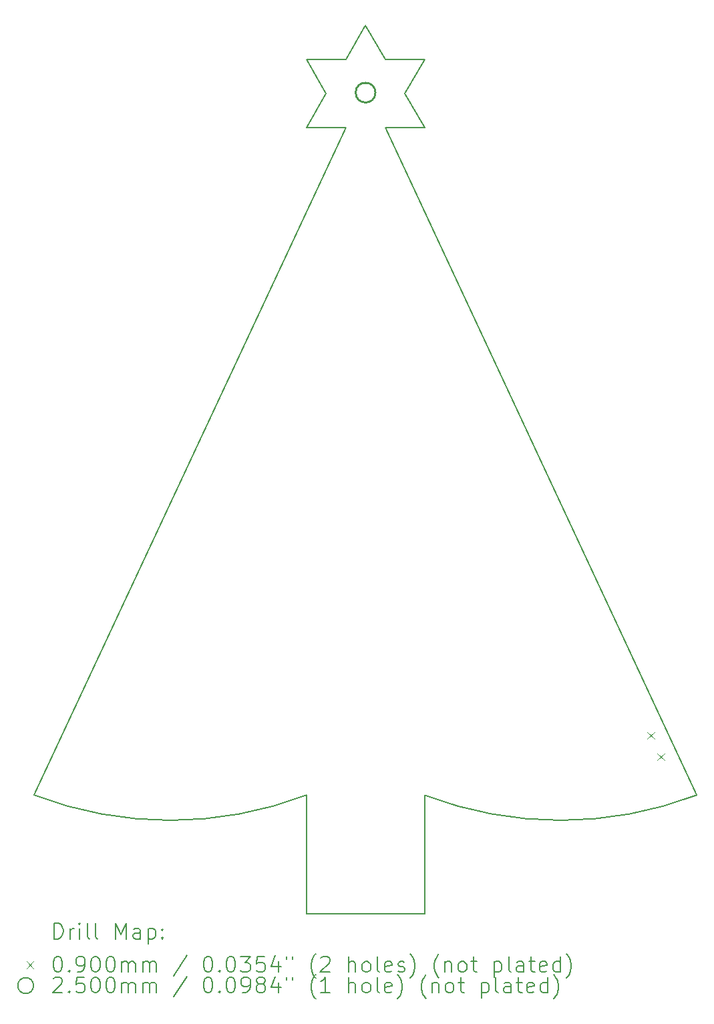
<source format=gbr>
%TF.GenerationSoftware,KiCad,Pcbnew,7.0.9*%
%TF.CreationDate,2023-11-12T20:37:14+01:00*%
%TF.ProjectId,christmas_ornament_2023,63687269-7374-46d6-9173-5f6f726e616d,1.0*%
%TF.SameCoordinates,Original*%
%TF.FileFunction,Drillmap*%
%TF.FilePolarity,Positive*%
%FSLAX45Y45*%
G04 Gerber Fmt 4.5, Leading zero omitted, Abs format (unit mm)*
G04 Created by KiCad (PCBNEW 7.0.9) date 2023-11-12 20:37:14*
%MOMM*%
%LPD*%
G01*
G04 APERTURE LIST*
%ADD10C,0.200000*%
%ADD11C,0.100000*%
%ADD12C,0.250000*%
G04 APERTURE END LIST*
D10*
X10006976Y-3450095D02*
X9756976Y-3883095D01*
X8506976Y-4316105D02*
X9006097Y-4316105D01*
X9507855Y-4316105D02*
X10006976Y-4316105D01*
X10006976Y-14278095D02*
X8506976Y-14278095D01*
X10006936Y-12778083D02*
G75*
G03*
X13453744Y-12778094I1723419J4499988D01*
G01*
X9256976Y-3017095D02*
X9506976Y-3450095D01*
X8506976Y-3450095D02*
X9006976Y-3450095D01*
X9006976Y-3450095D02*
X9256976Y-3017095D01*
X10006976Y-12778095D02*
X10006976Y-14278095D01*
X9756976Y-3883095D02*
X10006976Y-4316105D01*
X8506976Y-4316105D02*
X8756976Y-3883095D01*
X8506976Y-14278095D02*
X8506976Y-12778095D01*
X9506976Y-3450095D02*
X10006976Y-3450095D01*
X9507855Y-4316105D02*
X13453745Y-12778095D01*
X8756976Y-3883095D02*
X8506976Y-3450095D01*
X5060176Y-12778083D02*
G75*
G03*
X8506984Y-12778094I1723419J4499988D01*
G01*
X9006097Y-4316105D02*
X5060206Y-12778095D01*
D11*
X12832493Y-11975034D02*
X12922493Y-12065034D01*
X12922493Y-11975034D02*
X12832493Y-12065034D01*
X12959278Y-12246926D02*
X13049278Y-12336926D01*
X13049278Y-12246926D02*
X12959278Y-12336926D01*
D12*
X9383300Y-3873500D02*
G75*
G03*
X9383300Y-3873500I-125000J0D01*
G01*
D10*
X5310953Y-14599579D02*
X5310953Y-14399579D01*
X5310953Y-14399579D02*
X5358572Y-14399579D01*
X5358572Y-14399579D02*
X5387143Y-14409103D01*
X5387143Y-14409103D02*
X5406191Y-14428150D01*
X5406191Y-14428150D02*
X5415715Y-14447198D01*
X5415715Y-14447198D02*
X5425238Y-14485293D01*
X5425238Y-14485293D02*
X5425238Y-14513864D01*
X5425238Y-14513864D02*
X5415715Y-14551960D01*
X5415715Y-14551960D02*
X5406191Y-14571007D01*
X5406191Y-14571007D02*
X5387143Y-14590055D01*
X5387143Y-14590055D02*
X5358572Y-14599579D01*
X5358572Y-14599579D02*
X5310953Y-14599579D01*
X5510953Y-14599579D02*
X5510953Y-14466245D01*
X5510953Y-14504341D02*
X5520477Y-14485293D01*
X5520477Y-14485293D02*
X5530000Y-14475769D01*
X5530000Y-14475769D02*
X5549048Y-14466245D01*
X5549048Y-14466245D02*
X5568096Y-14466245D01*
X5634762Y-14599579D02*
X5634762Y-14466245D01*
X5634762Y-14399579D02*
X5625238Y-14409103D01*
X5625238Y-14409103D02*
X5634762Y-14418626D01*
X5634762Y-14418626D02*
X5644286Y-14409103D01*
X5644286Y-14409103D02*
X5634762Y-14399579D01*
X5634762Y-14399579D02*
X5634762Y-14418626D01*
X5758572Y-14599579D02*
X5739524Y-14590055D01*
X5739524Y-14590055D02*
X5730000Y-14571007D01*
X5730000Y-14571007D02*
X5730000Y-14399579D01*
X5863334Y-14599579D02*
X5844286Y-14590055D01*
X5844286Y-14590055D02*
X5834762Y-14571007D01*
X5834762Y-14571007D02*
X5834762Y-14399579D01*
X6091905Y-14599579D02*
X6091905Y-14399579D01*
X6091905Y-14399579D02*
X6158572Y-14542436D01*
X6158572Y-14542436D02*
X6225238Y-14399579D01*
X6225238Y-14399579D02*
X6225238Y-14599579D01*
X6406191Y-14599579D02*
X6406191Y-14494817D01*
X6406191Y-14494817D02*
X6396667Y-14475769D01*
X6396667Y-14475769D02*
X6377619Y-14466245D01*
X6377619Y-14466245D02*
X6339524Y-14466245D01*
X6339524Y-14466245D02*
X6320476Y-14475769D01*
X6406191Y-14590055D02*
X6387143Y-14599579D01*
X6387143Y-14599579D02*
X6339524Y-14599579D01*
X6339524Y-14599579D02*
X6320476Y-14590055D01*
X6320476Y-14590055D02*
X6310953Y-14571007D01*
X6310953Y-14571007D02*
X6310953Y-14551960D01*
X6310953Y-14551960D02*
X6320476Y-14532912D01*
X6320476Y-14532912D02*
X6339524Y-14523388D01*
X6339524Y-14523388D02*
X6387143Y-14523388D01*
X6387143Y-14523388D02*
X6406191Y-14513864D01*
X6501429Y-14466245D02*
X6501429Y-14666245D01*
X6501429Y-14475769D02*
X6520476Y-14466245D01*
X6520476Y-14466245D02*
X6558572Y-14466245D01*
X6558572Y-14466245D02*
X6577619Y-14475769D01*
X6577619Y-14475769D02*
X6587143Y-14485293D01*
X6587143Y-14485293D02*
X6596667Y-14504341D01*
X6596667Y-14504341D02*
X6596667Y-14561483D01*
X6596667Y-14561483D02*
X6587143Y-14580531D01*
X6587143Y-14580531D02*
X6577619Y-14590055D01*
X6577619Y-14590055D02*
X6558572Y-14599579D01*
X6558572Y-14599579D02*
X6520476Y-14599579D01*
X6520476Y-14599579D02*
X6501429Y-14590055D01*
X6682381Y-14580531D02*
X6691905Y-14590055D01*
X6691905Y-14590055D02*
X6682381Y-14599579D01*
X6682381Y-14599579D02*
X6672857Y-14590055D01*
X6672857Y-14590055D02*
X6682381Y-14580531D01*
X6682381Y-14580531D02*
X6682381Y-14599579D01*
X6682381Y-14475769D02*
X6691905Y-14485293D01*
X6691905Y-14485293D02*
X6682381Y-14494817D01*
X6682381Y-14494817D02*
X6672857Y-14485293D01*
X6672857Y-14485293D02*
X6682381Y-14475769D01*
X6682381Y-14475769D02*
X6682381Y-14494817D01*
D11*
X4960176Y-14883095D02*
X5050176Y-14973095D01*
X5050176Y-14883095D02*
X4960176Y-14973095D01*
D10*
X5349048Y-14819579D02*
X5368096Y-14819579D01*
X5368096Y-14819579D02*
X5387143Y-14829103D01*
X5387143Y-14829103D02*
X5396667Y-14838626D01*
X5396667Y-14838626D02*
X5406191Y-14857674D01*
X5406191Y-14857674D02*
X5415715Y-14895769D01*
X5415715Y-14895769D02*
X5415715Y-14943388D01*
X5415715Y-14943388D02*
X5406191Y-14981483D01*
X5406191Y-14981483D02*
X5396667Y-15000531D01*
X5396667Y-15000531D02*
X5387143Y-15010055D01*
X5387143Y-15010055D02*
X5368096Y-15019579D01*
X5368096Y-15019579D02*
X5349048Y-15019579D01*
X5349048Y-15019579D02*
X5330000Y-15010055D01*
X5330000Y-15010055D02*
X5320477Y-15000531D01*
X5320477Y-15000531D02*
X5310953Y-14981483D01*
X5310953Y-14981483D02*
X5301429Y-14943388D01*
X5301429Y-14943388D02*
X5301429Y-14895769D01*
X5301429Y-14895769D02*
X5310953Y-14857674D01*
X5310953Y-14857674D02*
X5320477Y-14838626D01*
X5320477Y-14838626D02*
X5330000Y-14829103D01*
X5330000Y-14829103D02*
X5349048Y-14819579D01*
X5501429Y-15000531D02*
X5510953Y-15010055D01*
X5510953Y-15010055D02*
X5501429Y-15019579D01*
X5501429Y-15019579D02*
X5491905Y-15010055D01*
X5491905Y-15010055D02*
X5501429Y-15000531D01*
X5501429Y-15000531D02*
X5501429Y-15019579D01*
X5606191Y-15019579D02*
X5644286Y-15019579D01*
X5644286Y-15019579D02*
X5663334Y-15010055D01*
X5663334Y-15010055D02*
X5672857Y-15000531D01*
X5672857Y-15000531D02*
X5691905Y-14971960D01*
X5691905Y-14971960D02*
X5701429Y-14933864D01*
X5701429Y-14933864D02*
X5701429Y-14857674D01*
X5701429Y-14857674D02*
X5691905Y-14838626D01*
X5691905Y-14838626D02*
X5682381Y-14829103D01*
X5682381Y-14829103D02*
X5663334Y-14819579D01*
X5663334Y-14819579D02*
X5625238Y-14819579D01*
X5625238Y-14819579D02*
X5606191Y-14829103D01*
X5606191Y-14829103D02*
X5596667Y-14838626D01*
X5596667Y-14838626D02*
X5587143Y-14857674D01*
X5587143Y-14857674D02*
X5587143Y-14905293D01*
X5587143Y-14905293D02*
X5596667Y-14924341D01*
X5596667Y-14924341D02*
X5606191Y-14933864D01*
X5606191Y-14933864D02*
X5625238Y-14943388D01*
X5625238Y-14943388D02*
X5663334Y-14943388D01*
X5663334Y-14943388D02*
X5682381Y-14933864D01*
X5682381Y-14933864D02*
X5691905Y-14924341D01*
X5691905Y-14924341D02*
X5701429Y-14905293D01*
X5825238Y-14819579D02*
X5844286Y-14819579D01*
X5844286Y-14819579D02*
X5863334Y-14829103D01*
X5863334Y-14829103D02*
X5872857Y-14838626D01*
X5872857Y-14838626D02*
X5882381Y-14857674D01*
X5882381Y-14857674D02*
X5891905Y-14895769D01*
X5891905Y-14895769D02*
X5891905Y-14943388D01*
X5891905Y-14943388D02*
X5882381Y-14981483D01*
X5882381Y-14981483D02*
X5872857Y-15000531D01*
X5872857Y-15000531D02*
X5863334Y-15010055D01*
X5863334Y-15010055D02*
X5844286Y-15019579D01*
X5844286Y-15019579D02*
X5825238Y-15019579D01*
X5825238Y-15019579D02*
X5806191Y-15010055D01*
X5806191Y-15010055D02*
X5796667Y-15000531D01*
X5796667Y-15000531D02*
X5787143Y-14981483D01*
X5787143Y-14981483D02*
X5777619Y-14943388D01*
X5777619Y-14943388D02*
X5777619Y-14895769D01*
X5777619Y-14895769D02*
X5787143Y-14857674D01*
X5787143Y-14857674D02*
X5796667Y-14838626D01*
X5796667Y-14838626D02*
X5806191Y-14829103D01*
X5806191Y-14829103D02*
X5825238Y-14819579D01*
X6015715Y-14819579D02*
X6034762Y-14819579D01*
X6034762Y-14819579D02*
X6053810Y-14829103D01*
X6053810Y-14829103D02*
X6063334Y-14838626D01*
X6063334Y-14838626D02*
X6072857Y-14857674D01*
X6072857Y-14857674D02*
X6082381Y-14895769D01*
X6082381Y-14895769D02*
X6082381Y-14943388D01*
X6082381Y-14943388D02*
X6072857Y-14981483D01*
X6072857Y-14981483D02*
X6063334Y-15000531D01*
X6063334Y-15000531D02*
X6053810Y-15010055D01*
X6053810Y-15010055D02*
X6034762Y-15019579D01*
X6034762Y-15019579D02*
X6015715Y-15019579D01*
X6015715Y-15019579D02*
X5996667Y-15010055D01*
X5996667Y-15010055D02*
X5987143Y-15000531D01*
X5987143Y-15000531D02*
X5977619Y-14981483D01*
X5977619Y-14981483D02*
X5968096Y-14943388D01*
X5968096Y-14943388D02*
X5968096Y-14895769D01*
X5968096Y-14895769D02*
X5977619Y-14857674D01*
X5977619Y-14857674D02*
X5987143Y-14838626D01*
X5987143Y-14838626D02*
X5996667Y-14829103D01*
X5996667Y-14829103D02*
X6015715Y-14819579D01*
X6168096Y-15019579D02*
X6168096Y-14886245D01*
X6168096Y-14905293D02*
X6177619Y-14895769D01*
X6177619Y-14895769D02*
X6196667Y-14886245D01*
X6196667Y-14886245D02*
X6225238Y-14886245D01*
X6225238Y-14886245D02*
X6244286Y-14895769D01*
X6244286Y-14895769D02*
X6253810Y-14914817D01*
X6253810Y-14914817D02*
X6253810Y-15019579D01*
X6253810Y-14914817D02*
X6263334Y-14895769D01*
X6263334Y-14895769D02*
X6282381Y-14886245D01*
X6282381Y-14886245D02*
X6310953Y-14886245D01*
X6310953Y-14886245D02*
X6330000Y-14895769D01*
X6330000Y-14895769D02*
X6339524Y-14914817D01*
X6339524Y-14914817D02*
X6339524Y-15019579D01*
X6434762Y-15019579D02*
X6434762Y-14886245D01*
X6434762Y-14905293D02*
X6444286Y-14895769D01*
X6444286Y-14895769D02*
X6463334Y-14886245D01*
X6463334Y-14886245D02*
X6491905Y-14886245D01*
X6491905Y-14886245D02*
X6510953Y-14895769D01*
X6510953Y-14895769D02*
X6520477Y-14914817D01*
X6520477Y-14914817D02*
X6520477Y-15019579D01*
X6520477Y-14914817D02*
X6530000Y-14895769D01*
X6530000Y-14895769D02*
X6549048Y-14886245D01*
X6549048Y-14886245D02*
X6577619Y-14886245D01*
X6577619Y-14886245D02*
X6596667Y-14895769D01*
X6596667Y-14895769D02*
X6606191Y-14914817D01*
X6606191Y-14914817D02*
X6606191Y-15019579D01*
X6996667Y-14810055D02*
X6825239Y-15067198D01*
X7253810Y-14819579D02*
X7272858Y-14819579D01*
X7272858Y-14819579D02*
X7291905Y-14829103D01*
X7291905Y-14829103D02*
X7301429Y-14838626D01*
X7301429Y-14838626D02*
X7310953Y-14857674D01*
X7310953Y-14857674D02*
X7320477Y-14895769D01*
X7320477Y-14895769D02*
X7320477Y-14943388D01*
X7320477Y-14943388D02*
X7310953Y-14981483D01*
X7310953Y-14981483D02*
X7301429Y-15000531D01*
X7301429Y-15000531D02*
X7291905Y-15010055D01*
X7291905Y-15010055D02*
X7272858Y-15019579D01*
X7272858Y-15019579D02*
X7253810Y-15019579D01*
X7253810Y-15019579D02*
X7234762Y-15010055D01*
X7234762Y-15010055D02*
X7225239Y-15000531D01*
X7225239Y-15000531D02*
X7215715Y-14981483D01*
X7215715Y-14981483D02*
X7206191Y-14943388D01*
X7206191Y-14943388D02*
X7206191Y-14895769D01*
X7206191Y-14895769D02*
X7215715Y-14857674D01*
X7215715Y-14857674D02*
X7225239Y-14838626D01*
X7225239Y-14838626D02*
X7234762Y-14829103D01*
X7234762Y-14829103D02*
X7253810Y-14819579D01*
X7406191Y-15000531D02*
X7415715Y-15010055D01*
X7415715Y-15010055D02*
X7406191Y-15019579D01*
X7406191Y-15019579D02*
X7396667Y-15010055D01*
X7396667Y-15010055D02*
X7406191Y-15000531D01*
X7406191Y-15000531D02*
X7406191Y-15019579D01*
X7539524Y-14819579D02*
X7558572Y-14819579D01*
X7558572Y-14819579D02*
X7577620Y-14829103D01*
X7577620Y-14829103D02*
X7587143Y-14838626D01*
X7587143Y-14838626D02*
X7596667Y-14857674D01*
X7596667Y-14857674D02*
X7606191Y-14895769D01*
X7606191Y-14895769D02*
X7606191Y-14943388D01*
X7606191Y-14943388D02*
X7596667Y-14981483D01*
X7596667Y-14981483D02*
X7587143Y-15000531D01*
X7587143Y-15000531D02*
X7577620Y-15010055D01*
X7577620Y-15010055D02*
X7558572Y-15019579D01*
X7558572Y-15019579D02*
X7539524Y-15019579D01*
X7539524Y-15019579D02*
X7520477Y-15010055D01*
X7520477Y-15010055D02*
X7510953Y-15000531D01*
X7510953Y-15000531D02*
X7501429Y-14981483D01*
X7501429Y-14981483D02*
X7491905Y-14943388D01*
X7491905Y-14943388D02*
X7491905Y-14895769D01*
X7491905Y-14895769D02*
X7501429Y-14857674D01*
X7501429Y-14857674D02*
X7510953Y-14838626D01*
X7510953Y-14838626D02*
X7520477Y-14829103D01*
X7520477Y-14829103D02*
X7539524Y-14819579D01*
X7672858Y-14819579D02*
X7796667Y-14819579D01*
X7796667Y-14819579D02*
X7730000Y-14895769D01*
X7730000Y-14895769D02*
X7758572Y-14895769D01*
X7758572Y-14895769D02*
X7777620Y-14905293D01*
X7777620Y-14905293D02*
X7787143Y-14914817D01*
X7787143Y-14914817D02*
X7796667Y-14933864D01*
X7796667Y-14933864D02*
X7796667Y-14981483D01*
X7796667Y-14981483D02*
X7787143Y-15000531D01*
X7787143Y-15000531D02*
X7777620Y-15010055D01*
X7777620Y-15010055D02*
X7758572Y-15019579D01*
X7758572Y-15019579D02*
X7701429Y-15019579D01*
X7701429Y-15019579D02*
X7682381Y-15010055D01*
X7682381Y-15010055D02*
X7672858Y-15000531D01*
X7977620Y-14819579D02*
X7882381Y-14819579D01*
X7882381Y-14819579D02*
X7872858Y-14914817D01*
X7872858Y-14914817D02*
X7882381Y-14905293D01*
X7882381Y-14905293D02*
X7901429Y-14895769D01*
X7901429Y-14895769D02*
X7949048Y-14895769D01*
X7949048Y-14895769D02*
X7968096Y-14905293D01*
X7968096Y-14905293D02*
X7977620Y-14914817D01*
X7977620Y-14914817D02*
X7987143Y-14933864D01*
X7987143Y-14933864D02*
X7987143Y-14981483D01*
X7987143Y-14981483D02*
X7977620Y-15000531D01*
X7977620Y-15000531D02*
X7968096Y-15010055D01*
X7968096Y-15010055D02*
X7949048Y-15019579D01*
X7949048Y-15019579D02*
X7901429Y-15019579D01*
X7901429Y-15019579D02*
X7882381Y-15010055D01*
X7882381Y-15010055D02*
X7872858Y-15000531D01*
X8158572Y-14886245D02*
X8158572Y-15019579D01*
X8110953Y-14810055D02*
X8063334Y-14952912D01*
X8063334Y-14952912D02*
X8187143Y-14952912D01*
X8253810Y-14819579D02*
X8253810Y-14857674D01*
X8330001Y-14819579D02*
X8330001Y-14857674D01*
X8625239Y-15095769D02*
X8615715Y-15086245D01*
X8615715Y-15086245D02*
X8596667Y-15057674D01*
X8596667Y-15057674D02*
X8587144Y-15038626D01*
X8587144Y-15038626D02*
X8577620Y-15010055D01*
X8577620Y-15010055D02*
X8568096Y-14962436D01*
X8568096Y-14962436D02*
X8568096Y-14924341D01*
X8568096Y-14924341D02*
X8577620Y-14876722D01*
X8577620Y-14876722D02*
X8587144Y-14848150D01*
X8587144Y-14848150D02*
X8596667Y-14829103D01*
X8596667Y-14829103D02*
X8615715Y-14800531D01*
X8615715Y-14800531D02*
X8625239Y-14791007D01*
X8691905Y-14838626D02*
X8701429Y-14829103D01*
X8701429Y-14829103D02*
X8720477Y-14819579D01*
X8720477Y-14819579D02*
X8768096Y-14819579D01*
X8768096Y-14819579D02*
X8787144Y-14829103D01*
X8787144Y-14829103D02*
X8796667Y-14838626D01*
X8796667Y-14838626D02*
X8806191Y-14857674D01*
X8806191Y-14857674D02*
X8806191Y-14876722D01*
X8806191Y-14876722D02*
X8796667Y-14905293D01*
X8796667Y-14905293D02*
X8682382Y-15019579D01*
X8682382Y-15019579D02*
X8806191Y-15019579D01*
X9044286Y-15019579D02*
X9044286Y-14819579D01*
X9130001Y-15019579D02*
X9130001Y-14914817D01*
X9130001Y-14914817D02*
X9120477Y-14895769D01*
X9120477Y-14895769D02*
X9101429Y-14886245D01*
X9101429Y-14886245D02*
X9072858Y-14886245D01*
X9072858Y-14886245D02*
X9053810Y-14895769D01*
X9053810Y-14895769D02*
X9044286Y-14905293D01*
X9253810Y-15019579D02*
X9234763Y-15010055D01*
X9234763Y-15010055D02*
X9225239Y-15000531D01*
X9225239Y-15000531D02*
X9215715Y-14981483D01*
X9215715Y-14981483D02*
X9215715Y-14924341D01*
X9215715Y-14924341D02*
X9225239Y-14905293D01*
X9225239Y-14905293D02*
X9234763Y-14895769D01*
X9234763Y-14895769D02*
X9253810Y-14886245D01*
X9253810Y-14886245D02*
X9282382Y-14886245D01*
X9282382Y-14886245D02*
X9301429Y-14895769D01*
X9301429Y-14895769D02*
X9310953Y-14905293D01*
X9310953Y-14905293D02*
X9320477Y-14924341D01*
X9320477Y-14924341D02*
X9320477Y-14981483D01*
X9320477Y-14981483D02*
X9310953Y-15000531D01*
X9310953Y-15000531D02*
X9301429Y-15010055D01*
X9301429Y-15010055D02*
X9282382Y-15019579D01*
X9282382Y-15019579D02*
X9253810Y-15019579D01*
X9434763Y-15019579D02*
X9415715Y-15010055D01*
X9415715Y-15010055D02*
X9406191Y-14991007D01*
X9406191Y-14991007D02*
X9406191Y-14819579D01*
X9587144Y-15010055D02*
X9568096Y-15019579D01*
X9568096Y-15019579D02*
X9530001Y-15019579D01*
X9530001Y-15019579D02*
X9510953Y-15010055D01*
X9510953Y-15010055D02*
X9501429Y-14991007D01*
X9501429Y-14991007D02*
X9501429Y-14914817D01*
X9501429Y-14914817D02*
X9510953Y-14895769D01*
X9510953Y-14895769D02*
X9530001Y-14886245D01*
X9530001Y-14886245D02*
X9568096Y-14886245D01*
X9568096Y-14886245D02*
X9587144Y-14895769D01*
X9587144Y-14895769D02*
X9596667Y-14914817D01*
X9596667Y-14914817D02*
X9596667Y-14933864D01*
X9596667Y-14933864D02*
X9501429Y-14952912D01*
X9672858Y-15010055D02*
X9691906Y-15019579D01*
X9691906Y-15019579D02*
X9730001Y-15019579D01*
X9730001Y-15019579D02*
X9749048Y-15010055D01*
X9749048Y-15010055D02*
X9758572Y-14991007D01*
X9758572Y-14991007D02*
X9758572Y-14981483D01*
X9758572Y-14981483D02*
X9749048Y-14962436D01*
X9749048Y-14962436D02*
X9730001Y-14952912D01*
X9730001Y-14952912D02*
X9701429Y-14952912D01*
X9701429Y-14952912D02*
X9682382Y-14943388D01*
X9682382Y-14943388D02*
X9672858Y-14924341D01*
X9672858Y-14924341D02*
X9672858Y-14914817D01*
X9672858Y-14914817D02*
X9682382Y-14895769D01*
X9682382Y-14895769D02*
X9701429Y-14886245D01*
X9701429Y-14886245D02*
X9730001Y-14886245D01*
X9730001Y-14886245D02*
X9749048Y-14895769D01*
X9825239Y-15095769D02*
X9834763Y-15086245D01*
X9834763Y-15086245D02*
X9853810Y-15057674D01*
X9853810Y-15057674D02*
X9863334Y-15038626D01*
X9863334Y-15038626D02*
X9872858Y-15010055D01*
X9872858Y-15010055D02*
X9882382Y-14962436D01*
X9882382Y-14962436D02*
X9882382Y-14924341D01*
X9882382Y-14924341D02*
X9872858Y-14876722D01*
X9872858Y-14876722D02*
X9863334Y-14848150D01*
X9863334Y-14848150D02*
X9853810Y-14829103D01*
X9853810Y-14829103D02*
X9834763Y-14800531D01*
X9834763Y-14800531D02*
X9825239Y-14791007D01*
X10187144Y-15095769D02*
X10177620Y-15086245D01*
X10177620Y-15086245D02*
X10158572Y-15057674D01*
X10158572Y-15057674D02*
X10149048Y-15038626D01*
X10149048Y-15038626D02*
X10139525Y-15010055D01*
X10139525Y-15010055D02*
X10130001Y-14962436D01*
X10130001Y-14962436D02*
X10130001Y-14924341D01*
X10130001Y-14924341D02*
X10139525Y-14876722D01*
X10139525Y-14876722D02*
X10149048Y-14848150D01*
X10149048Y-14848150D02*
X10158572Y-14829103D01*
X10158572Y-14829103D02*
X10177620Y-14800531D01*
X10177620Y-14800531D02*
X10187144Y-14791007D01*
X10263334Y-14886245D02*
X10263334Y-15019579D01*
X10263334Y-14905293D02*
X10272858Y-14895769D01*
X10272858Y-14895769D02*
X10291906Y-14886245D01*
X10291906Y-14886245D02*
X10320477Y-14886245D01*
X10320477Y-14886245D02*
X10339525Y-14895769D01*
X10339525Y-14895769D02*
X10349048Y-14914817D01*
X10349048Y-14914817D02*
X10349048Y-15019579D01*
X10472858Y-15019579D02*
X10453810Y-15010055D01*
X10453810Y-15010055D02*
X10444287Y-15000531D01*
X10444287Y-15000531D02*
X10434763Y-14981483D01*
X10434763Y-14981483D02*
X10434763Y-14924341D01*
X10434763Y-14924341D02*
X10444287Y-14905293D01*
X10444287Y-14905293D02*
X10453810Y-14895769D01*
X10453810Y-14895769D02*
X10472858Y-14886245D01*
X10472858Y-14886245D02*
X10501429Y-14886245D01*
X10501429Y-14886245D02*
X10520477Y-14895769D01*
X10520477Y-14895769D02*
X10530001Y-14905293D01*
X10530001Y-14905293D02*
X10539525Y-14924341D01*
X10539525Y-14924341D02*
X10539525Y-14981483D01*
X10539525Y-14981483D02*
X10530001Y-15000531D01*
X10530001Y-15000531D02*
X10520477Y-15010055D01*
X10520477Y-15010055D02*
X10501429Y-15019579D01*
X10501429Y-15019579D02*
X10472858Y-15019579D01*
X10596668Y-14886245D02*
X10672858Y-14886245D01*
X10625239Y-14819579D02*
X10625239Y-14991007D01*
X10625239Y-14991007D02*
X10634763Y-15010055D01*
X10634763Y-15010055D02*
X10653810Y-15019579D01*
X10653810Y-15019579D02*
X10672858Y-15019579D01*
X10891906Y-14886245D02*
X10891906Y-15086245D01*
X10891906Y-14895769D02*
X10910953Y-14886245D01*
X10910953Y-14886245D02*
X10949049Y-14886245D01*
X10949049Y-14886245D02*
X10968096Y-14895769D01*
X10968096Y-14895769D02*
X10977620Y-14905293D01*
X10977620Y-14905293D02*
X10987144Y-14924341D01*
X10987144Y-14924341D02*
X10987144Y-14981483D01*
X10987144Y-14981483D02*
X10977620Y-15000531D01*
X10977620Y-15000531D02*
X10968096Y-15010055D01*
X10968096Y-15010055D02*
X10949049Y-15019579D01*
X10949049Y-15019579D02*
X10910953Y-15019579D01*
X10910953Y-15019579D02*
X10891906Y-15010055D01*
X11101429Y-15019579D02*
X11082382Y-15010055D01*
X11082382Y-15010055D02*
X11072858Y-14991007D01*
X11072858Y-14991007D02*
X11072858Y-14819579D01*
X11263334Y-15019579D02*
X11263334Y-14914817D01*
X11263334Y-14914817D02*
X11253810Y-14895769D01*
X11253810Y-14895769D02*
X11234763Y-14886245D01*
X11234763Y-14886245D02*
X11196667Y-14886245D01*
X11196667Y-14886245D02*
X11177620Y-14895769D01*
X11263334Y-15010055D02*
X11244287Y-15019579D01*
X11244287Y-15019579D02*
X11196667Y-15019579D01*
X11196667Y-15019579D02*
X11177620Y-15010055D01*
X11177620Y-15010055D02*
X11168096Y-14991007D01*
X11168096Y-14991007D02*
X11168096Y-14971960D01*
X11168096Y-14971960D02*
X11177620Y-14952912D01*
X11177620Y-14952912D02*
X11196667Y-14943388D01*
X11196667Y-14943388D02*
X11244287Y-14943388D01*
X11244287Y-14943388D02*
X11263334Y-14933864D01*
X11330001Y-14886245D02*
X11406191Y-14886245D01*
X11358572Y-14819579D02*
X11358572Y-14991007D01*
X11358572Y-14991007D02*
X11368096Y-15010055D01*
X11368096Y-15010055D02*
X11387144Y-15019579D01*
X11387144Y-15019579D02*
X11406191Y-15019579D01*
X11549048Y-15010055D02*
X11530001Y-15019579D01*
X11530001Y-15019579D02*
X11491906Y-15019579D01*
X11491906Y-15019579D02*
X11472858Y-15010055D01*
X11472858Y-15010055D02*
X11463334Y-14991007D01*
X11463334Y-14991007D02*
X11463334Y-14914817D01*
X11463334Y-14914817D02*
X11472858Y-14895769D01*
X11472858Y-14895769D02*
X11491906Y-14886245D01*
X11491906Y-14886245D02*
X11530001Y-14886245D01*
X11530001Y-14886245D02*
X11549048Y-14895769D01*
X11549048Y-14895769D02*
X11558572Y-14914817D01*
X11558572Y-14914817D02*
X11558572Y-14933864D01*
X11558572Y-14933864D02*
X11463334Y-14952912D01*
X11730001Y-15019579D02*
X11730001Y-14819579D01*
X11730001Y-15010055D02*
X11710953Y-15019579D01*
X11710953Y-15019579D02*
X11672858Y-15019579D01*
X11672858Y-15019579D02*
X11653810Y-15010055D01*
X11653810Y-15010055D02*
X11644287Y-15000531D01*
X11644287Y-15000531D02*
X11634763Y-14981483D01*
X11634763Y-14981483D02*
X11634763Y-14924341D01*
X11634763Y-14924341D02*
X11644287Y-14905293D01*
X11644287Y-14905293D02*
X11653810Y-14895769D01*
X11653810Y-14895769D02*
X11672858Y-14886245D01*
X11672858Y-14886245D02*
X11710953Y-14886245D01*
X11710953Y-14886245D02*
X11730001Y-14895769D01*
X11806191Y-15095769D02*
X11815715Y-15086245D01*
X11815715Y-15086245D02*
X11834763Y-15057674D01*
X11834763Y-15057674D02*
X11844287Y-15038626D01*
X11844287Y-15038626D02*
X11853810Y-15010055D01*
X11853810Y-15010055D02*
X11863334Y-14962436D01*
X11863334Y-14962436D02*
X11863334Y-14924341D01*
X11863334Y-14924341D02*
X11853810Y-14876722D01*
X11853810Y-14876722D02*
X11844287Y-14848150D01*
X11844287Y-14848150D02*
X11834763Y-14829103D01*
X11834763Y-14829103D02*
X11815715Y-14800531D01*
X11815715Y-14800531D02*
X11806191Y-14791007D01*
X5050176Y-15192095D02*
G75*
G03*
X5050176Y-15192095I-100000J0D01*
G01*
X5301429Y-15102626D02*
X5310953Y-15093103D01*
X5310953Y-15093103D02*
X5330000Y-15083579D01*
X5330000Y-15083579D02*
X5377619Y-15083579D01*
X5377619Y-15083579D02*
X5396667Y-15093103D01*
X5396667Y-15093103D02*
X5406191Y-15102626D01*
X5406191Y-15102626D02*
X5415715Y-15121674D01*
X5415715Y-15121674D02*
X5415715Y-15140722D01*
X5415715Y-15140722D02*
X5406191Y-15169293D01*
X5406191Y-15169293D02*
X5291905Y-15283579D01*
X5291905Y-15283579D02*
X5415715Y-15283579D01*
X5501429Y-15264531D02*
X5510953Y-15274055D01*
X5510953Y-15274055D02*
X5501429Y-15283579D01*
X5501429Y-15283579D02*
X5491905Y-15274055D01*
X5491905Y-15274055D02*
X5501429Y-15264531D01*
X5501429Y-15264531D02*
X5501429Y-15283579D01*
X5691905Y-15083579D02*
X5596667Y-15083579D01*
X5596667Y-15083579D02*
X5587143Y-15178817D01*
X5587143Y-15178817D02*
X5596667Y-15169293D01*
X5596667Y-15169293D02*
X5615715Y-15159769D01*
X5615715Y-15159769D02*
X5663334Y-15159769D01*
X5663334Y-15159769D02*
X5682381Y-15169293D01*
X5682381Y-15169293D02*
X5691905Y-15178817D01*
X5691905Y-15178817D02*
X5701429Y-15197864D01*
X5701429Y-15197864D02*
X5701429Y-15245483D01*
X5701429Y-15245483D02*
X5691905Y-15264531D01*
X5691905Y-15264531D02*
X5682381Y-15274055D01*
X5682381Y-15274055D02*
X5663334Y-15283579D01*
X5663334Y-15283579D02*
X5615715Y-15283579D01*
X5615715Y-15283579D02*
X5596667Y-15274055D01*
X5596667Y-15274055D02*
X5587143Y-15264531D01*
X5825238Y-15083579D02*
X5844286Y-15083579D01*
X5844286Y-15083579D02*
X5863334Y-15093103D01*
X5863334Y-15093103D02*
X5872857Y-15102626D01*
X5872857Y-15102626D02*
X5882381Y-15121674D01*
X5882381Y-15121674D02*
X5891905Y-15159769D01*
X5891905Y-15159769D02*
X5891905Y-15207388D01*
X5891905Y-15207388D02*
X5882381Y-15245483D01*
X5882381Y-15245483D02*
X5872857Y-15264531D01*
X5872857Y-15264531D02*
X5863334Y-15274055D01*
X5863334Y-15274055D02*
X5844286Y-15283579D01*
X5844286Y-15283579D02*
X5825238Y-15283579D01*
X5825238Y-15283579D02*
X5806191Y-15274055D01*
X5806191Y-15274055D02*
X5796667Y-15264531D01*
X5796667Y-15264531D02*
X5787143Y-15245483D01*
X5787143Y-15245483D02*
X5777619Y-15207388D01*
X5777619Y-15207388D02*
X5777619Y-15159769D01*
X5777619Y-15159769D02*
X5787143Y-15121674D01*
X5787143Y-15121674D02*
X5796667Y-15102626D01*
X5796667Y-15102626D02*
X5806191Y-15093103D01*
X5806191Y-15093103D02*
X5825238Y-15083579D01*
X6015715Y-15083579D02*
X6034762Y-15083579D01*
X6034762Y-15083579D02*
X6053810Y-15093103D01*
X6053810Y-15093103D02*
X6063334Y-15102626D01*
X6063334Y-15102626D02*
X6072857Y-15121674D01*
X6072857Y-15121674D02*
X6082381Y-15159769D01*
X6082381Y-15159769D02*
X6082381Y-15207388D01*
X6082381Y-15207388D02*
X6072857Y-15245483D01*
X6072857Y-15245483D02*
X6063334Y-15264531D01*
X6063334Y-15264531D02*
X6053810Y-15274055D01*
X6053810Y-15274055D02*
X6034762Y-15283579D01*
X6034762Y-15283579D02*
X6015715Y-15283579D01*
X6015715Y-15283579D02*
X5996667Y-15274055D01*
X5996667Y-15274055D02*
X5987143Y-15264531D01*
X5987143Y-15264531D02*
X5977619Y-15245483D01*
X5977619Y-15245483D02*
X5968096Y-15207388D01*
X5968096Y-15207388D02*
X5968096Y-15159769D01*
X5968096Y-15159769D02*
X5977619Y-15121674D01*
X5977619Y-15121674D02*
X5987143Y-15102626D01*
X5987143Y-15102626D02*
X5996667Y-15093103D01*
X5996667Y-15093103D02*
X6015715Y-15083579D01*
X6168096Y-15283579D02*
X6168096Y-15150245D01*
X6168096Y-15169293D02*
X6177619Y-15159769D01*
X6177619Y-15159769D02*
X6196667Y-15150245D01*
X6196667Y-15150245D02*
X6225238Y-15150245D01*
X6225238Y-15150245D02*
X6244286Y-15159769D01*
X6244286Y-15159769D02*
X6253810Y-15178817D01*
X6253810Y-15178817D02*
X6253810Y-15283579D01*
X6253810Y-15178817D02*
X6263334Y-15159769D01*
X6263334Y-15159769D02*
X6282381Y-15150245D01*
X6282381Y-15150245D02*
X6310953Y-15150245D01*
X6310953Y-15150245D02*
X6330000Y-15159769D01*
X6330000Y-15159769D02*
X6339524Y-15178817D01*
X6339524Y-15178817D02*
X6339524Y-15283579D01*
X6434762Y-15283579D02*
X6434762Y-15150245D01*
X6434762Y-15169293D02*
X6444286Y-15159769D01*
X6444286Y-15159769D02*
X6463334Y-15150245D01*
X6463334Y-15150245D02*
X6491905Y-15150245D01*
X6491905Y-15150245D02*
X6510953Y-15159769D01*
X6510953Y-15159769D02*
X6520477Y-15178817D01*
X6520477Y-15178817D02*
X6520477Y-15283579D01*
X6520477Y-15178817D02*
X6530000Y-15159769D01*
X6530000Y-15159769D02*
X6549048Y-15150245D01*
X6549048Y-15150245D02*
X6577619Y-15150245D01*
X6577619Y-15150245D02*
X6596667Y-15159769D01*
X6596667Y-15159769D02*
X6606191Y-15178817D01*
X6606191Y-15178817D02*
X6606191Y-15283579D01*
X6996667Y-15074055D02*
X6825239Y-15331198D01*
X7253810Y-15083579D02*
X7272858Y-15083579D01*
X7272858Y-15083579D02*
X7291905Y-15093103D01*
X7291905Y-15093103D02*
X7301429Y-15102626D01*
X7301429Y-15102626D02*
X7310953Y-15121674D01*
X7310953Y-15121674D02*
X7320477Y-15159769D01*
X7320477Y-15159769D02*
X7320477Y-15207388D01*
X7320477Y-15207388D02*
X7310953Y-15245483D01*
X7310953Y-15245483D02*
X7301429Y-15264531D01*
X7301429Y-15264531D02*
X7291905Y-15274055D01*
X7291905Y-15274055D02*
X7272858Y-15283579D01*
X7272858Y-15283579D02*
X7253810Y-15283579D01*
X7253810Y-15283579D02*
X7234762Y-15274055D01*
X7234762Y-15274055D02*
X7225239Y-15264531D01*
X7225239Y-15264531D02*
X7215715Y-15245483D01*
X7215715Y-15245483D02*
X7206191Y-15207388D01*
X7206191Y-15207388D02*
X7206191Y-15159769D01*
X7206191Y-15159769D02*
X7215715Y-15121674D01*
X7215715Y-15121674D02*
X7225239Y-15102626D01*
X7225239Y-15102626D02*
X7234762Y-15093103D01*
X7234762Y-15093103D02*
X7253810Y-15083579D01*
X7406191Y-15264531D02*
X7415715Y-15274055D01*
X7415715Y-15274055D02*
X7406191Y-15283579D01*
X7406191Y-15283579D02*
X7396667Y-15274055D01*
X7396667Y-15274055D02*
X7406191Y-15264531D01*
X7406191Y-15264531D02*
X7406191Y-15283579D01*
X7539524Y-15083579D02*
X7558572Y-15083579D01*
X7558572Y-15083579D02*
X7577620Y-15093103D01*
X7577620Y-15093103D02*
X7587143Y-15102626D01*
X7587143Y-15102626D02*
X7596667Y-15121674D01*
X7596667Y-15121674D02*
X7606191Y-15159769D01*
X7606191Y-15159769D02*
X7606191Y-15207388D01*
X7606191Y-15207388D02*
X7596667Y-15245483D01*
X7596667Y-15245483D02*
X7587143Y-15264531D01*
X7587143Y-15264531D02*
X7577620Y-15274055D01*
X7577620Y-15274055D02*
X7558572Y-15283579D01*
X7558572Y-15283579D02*
X7539524Y-15283579D01*
X7539524Y-15283579D02*
X7520477Y-15274055D01*
X7520477Y-15274055D02*
X7510953Y-15264531D01*
X7510953Y-15264531D02*
X7501429Y-15245483D01*
X7501429Y-15245483D02*
X7491905Y-15207388D01*
X7491905Y-15207388D02*
X7491905Y-15159769D01*
X7491905Y-15159769D02*
X7501429Y-15121674D01*
X7501429Y-15121674D02*
X7510953Y-15102626D01*
X7510953Y-15102626D02*
X7520477Y-15093103D01*
X7520477Y-15093103D02*
X7539524Y-15083579D01*
X7701429Y-15283579D02*
X7739524Y-15283579D01*
X7739524Y-15283579D02*
X7758572Y-15274055D01*
X7758572Y-15274055D02*
X7768096Y-15264531D01*
X7768096Y-15264531D02*
X7787143Y-15235960D01*
X7787143Y-15235960D02*
X7796667Y-15197864D01*
X7796667Y-15197864D02*
X7796667Y-15121674D01*
X7796667Y-15121674D02*
X7787143Y-15102626D01*
X7787143Y-15102626D02*
X7777620Y-15093103D01*
X7777620Y-15093103D02*
X7758572Y-15083579D01*
X7758572Y-15083579D02*
X7720477Y-15083579D01*
X7720477Y-15083579D02*
X7701429Y-15093103D01*
X7701429Y-15093103D02*
X7691905Y-15102626D01*
X7691905Y-15102626D02*
X7682381Y-15121674D01*
X7682381Y-15121674D02*
X7682381Y-15169293D01*
X7682381Y-15169293D02*
X7691905Y-15188341D01*
X7691905Y-15188341D02*
X7701429Y-15197864D01*
X7701429Y-15197864D02*
X7720477Y-15207388D01*
X7720477Y-15207388D02*
X7758572Y-15207388D01*
X7758572Y-15207388D02*
X7777620Y-15197864D01*
X7777620Y-15197864D02*
X7787143Y-15188341D01*
X7787143Y-15188341D02*
X7796667Y-15169293D01*
X7910953Y-15169293D02*
X7891905Y-15159769D01*
X7891905Y-15159769D02*
X7882381Y-15150245D01*
X7882381Y-15150245D02*
X7872858Y-15131198D01*
X7872858Y-15131198D02*
X7872858Y-15121674D01*
X7872858Y-15121674D02*
X7882381Y-15102626D01*
X7882381Y-15102626D02*
X7891905Y-15093103D01*
X7891905Y-15093103D02*
X7910953Y-15083579D01*
X7910953Y-15083579D02*
X7949048Y-15083579D01*
X7949048Y-15083579D02*
X7968096Y-15093103D01*
X7968096Y-15093103D02*
X7977620Y-15102626D01*
X7977620Y-15102626D02*
X7987143Y-15121674D01*
X7987143Y-15121674D02*
X7987143Y-15131198D01*
X7987143Y-15131198D02*
X7977620Y-15150245D01*
X7977620Y-15150245D02*
X7968096Y-15159769D01*
X7968096Y-15159769D02*
X7949048Y-15169293D01*
X7949048Y-15169293D02*
X7910953Y-15169293D01*
X7910953Y-15169293D02*
X7891905Y-15178817D01*
X7891905Y-15178817D02*
X7882381Y-15188341D01*
X7882381Y-15188341D02*
X7872858Y-15207388D01*
X7872858Y-15207388D02*
X7872858Y-15245483D01*
X7872858Y-15245483D02*
X7882381Y-15264531D01*
X7882381Y-15264531D02*
X7891905Y-15274055D01*
X7891905Y-15274055D02*
X7910953Y-15283579D01*
X7910953Y-15283579D02*
X7949048Y-15283579D01*
X7949048Y-15283579D02*
X7968096Y-15274055D01*
X7968096Y-15274055D02*
X7977620Y-15264531D01*
X7977620Y-15264531D02*
X7987143Y-15245483D01*
X7987143Y-15245483D02*
X7987143Y-15207388D01*
X7987143Y-15207388D02*
X7977620Y-15188341D01*
X7977620Y-15188341D02*
X7968096Y-15178817D01*
X7968096Y-15178817D02*
X7949048Y-15169293D01*
X8158572Y-15150245D02*
X8158572Y-15283579D01*
X8110953Y-15074055D02*
X8063334Y-15216912D01*
X8063334Y-15216912D02*
X8187143Y-15216912D01*
X8253810Y-15083579D02*
X8253810Y-15121674D01*
X8330001Y-15083579D02*
X8330001Y-15121674D01*
X8625239Y-15359769D02*
X8615715Y-15350245D01*
X8615715Y-15350245D02*
X8596667Y-15321674D01*
X8596667Y-15321674D02*
X8587144Y-15302626D01*
X8587144Y-15302626D02*
X8577620Y-15274055D01*
X8577620Y-15274055D02*
X8568096Y-15226436D01*
X8568096Y-15226436D02*
X8568096Y-15188341D01*
X8568096Y-15188341D02*
X8577620Y-15140722D01*
X8577620Y-15140722D02*
X8587144Y-15112150D01*
X8587144Y-15112150D02*
X8596667Y-15093103D01*
X8596667Y-15093103D02*
X8615715Y-15064531D01*
X8615715Y-15064531D02*
X8625239Y-15055007D01*
X8806191Y-15283579D02*
X8691905Y-15283579D01*
X8749048Y-15283579D02*
X8749048Y-15083579D01*
X8749048Y-15083579D02*
X8730001Y-15112150D01*
X8730001Y-15112150D02*
X8710953Y-15131198D01*
X8710953Y-15131198D02*
X8691905Y-15140722D01*
X9044286Y-15283579D02*
X9044286Y-15083579D01*
X9130001Y-15283579D02*
X9130001Y-15178817D01*
X9130001Y-15178817D02*
X9120477Y-15159769D01*
X9120477Y-15159769D02*
X9101429Y-15150245D01*
X9101429Y-15150245D02*
X9072858Y-15150245D01*
X9072858Y-15150245D02*
X9053810Y-15159769D01*
X9053810Y-15159769D02*
X9044286Y-15169293D01*
X9253810Y-15283579D02*
X9234763Y-15274055D01*
X9234763Y-15274055D02*
X9225239Y-15264531D01*
X9225239Y-15264531D02*
X9215715Y-15245483D01*
X9215715Y-15245483D02*
X9215715Y-15188341D01*
X9215715Y-15188341D02*
X9225239Y-15169293D01*
X9225239Y-15169293D02*
X9234763Y-15159769D01*
X9234763Y-15159769D02*
X9253810Y-15150245D01*
X9253810Y-15150245D02*
X9282382Y-15150245D01*
X9282382Y-15150245D02*
X9301429Y-15159769D01*
X9301429Y-15159769D02*
X9310953Y-15169293D01*
X9310953Y-15169293D02*
X9320477Y-15188341D01*
X9320477Y-15188341D02*
X9320477Y-15245483D01*
X9320477Y-15245483D02*
X9310953Y-15264531D01*
X9310953Y-15264531D02*
X9301429Y-15274055D01*
X9301429Y-15274055D02*
X9282382Y-15283579D01*
X9282382Y-15283579D02*
X9253810Y-15283579D01*
X9434763Y-15283579D02*
X9415715Y-15274055D01*
X9415715Y-15274055D02*
X9406191Y-15255007D01*
X9406191Y-15255007D02*
X9406191Y-15083579D01*
X9587144Y-15274055D02*
X9568096Y-15283579D01*
X9568096Y-15283579D02*
X9530001Y-15283579D01*
X9530001Y-15283579D02*
X9510953Y-15274055D01*
X9510953Y-15274055D02*
X9501429Y-15255007D01*
X9501429Y-15255007D02*
X9501429Y-15178817D01*
X9501429Y-15178817D02*
X9510953Y-15159769D01*
X9510953Y-15159769D02*
X9530001Y-15150245D01*
X9530001Y-15150245D02*
X9568096Y-15150245D01*
X9568096Y-15150245D02*
X9587144Y-15159769D01*
X9587144Y-15159769D02*
X9596667Y-15178817D01*
X9596667Y-15178817D02*
X9596667Y-15197864D01*
X9596667Y-15197864D02*
X9501429Y-15216912D01*
X9663334Y-15359769D02*
X9672858Y-15350245D01*
X9672858Y-15350245D02*
X9691906Y-15321674D01*
X9691906Y-15321674D02*
X9701429Y-15302626D01*
X9701429Y-15302626D02*
X9710953Y-15274055D01*
X9710953Y-15274055D02*
X9720477Y-15226436D01*
X9720477Y-15226436D02*
X9720477Y-15188341D01*
X9720477Y-15188341D02*
X9710953Y-15140722D01*
X9710953Y-15140722D02*
X9701429Y-15112150D01*
X9701429Y-15112150D02*
X9691906Y-15093103D01*
X9691906Y-15093103D02*
X9672858Y-15064531D01*
X9672858Y-15064531D02*
X9663334Y-15055007D01*
X10025239Y-15359769D02*
X10015715Y-15350245D01*
X10015715Y-15350245D02*
X9996667Y-15321674D01*
X9996667Y-15321674D02*
X9987144Y-15302626D01*
X9987144Y-15302626D02*
X9977620Y-15274055D01*
X9977620Y-15274055D02*
X9968096Y-15226436D01*
X9968096Y-15226436D02*
X9968096Y-15188341D01*
X9968096Y-15188341D02*
X9977620Y-15140722D01*
X9977620Y-15140722D02*
X9987144Y-15112150D01*
X9987144Y-15112150D02*
X9996667Y-15093103D01*
X9996667Y-15093103D02*
X10015715Y-15064531D01*
X10015715Y-15064531D02*
X10025239Y-15055007D01*
X10101429Y-15150245D02*
X10101429Y-15283579D01*
X10101429Y-15169293D02*
X10110953Y-15159769D01*
X10110953Y-15159769D02*
X10130001Y-15150245D01*
X10130001Y-15150245D02*
X10158572Y-15150245D01*
X10158572Y-15150245D02*
X10177620Y-15159769D01*
X10177620Y-15159769D02*
X10187144Y-15178817D01*
X10187144Y-15178817D02*
X10187144Y-15283579D01*
X10310953Y-15283579D02*
X10291906Y-15274055D01*
X10291906Y-15274055D02*
X10282382Y-15264531D01*
X10282382Y-15264531D02*
X10272858Y-15245483D01*
X10272858Y-15245483D02*
X10272858Y-15188341D01*
X10272858Y-15188341D02*
X10282382Y-15169293D01*
X10282382Y-15169293D02*
X10291906Y-15159769D01*
X10291906Y-15159769D02*
X10310953Y-15150245D01*
X10310953Y-15150245D02*
X10339525Y-15150245D01*
X10339525Y-15150245D02*
X10358572Y-15159769D01*
X10358572Y-15159769D02*
X10368096Y-15169293D01*
X10368096Y-15169293D02*
X10377620Y-15188341D01*
X10377620Y-15188341D02*
X10377620Y-15245483D01*
X10377620Y-15245483D02*
X10368096Y-15264531D01*
X10368096Y-15264531D02*
X10358572Y-15274055D01*
X10358572Y-15274055D02*
X10339525Y-15283579D01*
X10339525Y-15283579D02*
X10310953Y-15283579D01*
X10434763Y-15150245D02*
X10510953Y-15150245D01*
X10463334Y-15083579D02*
X10463334Y-15255007D01*
X10463334Y-15255007D02*
X10472858Y-15274055D01*
X10472858Y-15274055D02*
X10491906Y-15283579D01*
X10491906Y-15283579D02*
X10510953Y-15283579D01*
X10730001Y-15150245D02*
X10730001Y-15350245D01*
X10730001Y-15159769D02*
X10749048Y-15150245D01*
X10749048Y-15150245D02*
X10787144Y-15150245D01*
X10787144Y-15150245D02*
X10806191Y-15159769D01*
X10806191Y-15159769D02*
X10815715Y-15169293D01*
X10815715Y-15169293D02*
X10825239Y-15188341D01*
X10825239Y-15188341D02*
X10825239Y-15245483D01*
X10825239Y-15245483D02*
X10815715Y-15264531D01*
X10815715Y-15264531D02*
X10806191Y-15274055D01*
X10806191Y-15274055D02*
X10787144Y-15283579D01*
X10787144Y-15283579D02*
X10749048Y-15283579D01*
X10749048Y-15283579D02*
X10730001Y-15274055D01*
X10939525Y-15283579D02*
X10920477Y-15274055D01*
X10920477Y-15274055D02*
X10910953Y-15255007D01*
X10910953Y-15255007D02*
X10910953Y-15083579D01*
X11101429Y-15283579D02*
X11101429Y-15178817D01*
X11101429Y-15178817D02*
X11091906Y-15159769D01*
X11091906Y-15159769D02*
X11072858Y-15150245D01*
X11072858Y-15150245D02*
X11034763Y-15150245D01*
X11034763Y-15150245D02*
X11015715Y-15159769D01*
X11101429Y-15274055D02*
X11082382Y-15283579D01*
X11082382Y-15283579D02*
X11034763Y-15283579D01*
X11034763Y-15283579D02*
X11015715Y-15274055D01*
X11015715Y-15274055D02*
X11006191Y-15255007D01*
X11006191Y-15255007D02*
X11006191Y-15235960D01*
X11006191Y-15235960D02*
X11015715Y-15216912D01*
X11015715Y-15216912D02*
X11034763Y-15207388D01*
X11034763Y-15207388D02*
X11082382Y-15207388D01*
X11082382Y-15207388D02*
X11101429Y-15197864D01*
X11168096Y-15150245D02*
X11244286Y-15150245D01*
X11196667Y-15083579D02*
X11196667Y-15255007D01*
X11196667Y-15255007D02*
X11206191Y-15274055D01*
X11206191Y-15274055D02*
X11225239Y-15283579D01*
X11225239Y-15283579D02*
X11244286Y-15283579D01*
X11387144Y-15274055D02*
X11368096Y-15283579D01*
X11368096Y-15283579D02*
X11330001Y-15283579D01*
X11330001Y-15283579D02*
X11310953Y-15274055D01*
X11310953Y-15274055D02*
X11301429Y-15255007D01*
X11301429Y-15255007D02*
X11301429Y-15178817D01*
X11301429Y-15178817D02*
X11310953Y-15159769D01*
X11310953Y-15159769D02*
X11330001Y-15150245D01*
X11330001Y-15150245D02*
X11368096Y-15150245D01*
X11368096Y-15150245D02*
X11387144Y-15159769D01*
X11387144Y-15159769D02*
X11396667Y-15178817D01*
X11396667Y-15178817D02*
X11396667Y-15197864D01*
X11396667Y-15197864D02*
X11301429Y-15216912D01*
X11568096Y-15283579D02*
X11568096Y-15083579D01*
X11568096Y-15274055D02*
X11549048Y-15283579D01*
X11549048Y-15283579D02*
X11510953Y-15283579D01*
X11510953Y-15283579D02*
X11491906Y-15274055D01*
X11491906Y-15274055D02*
X11482382Y-15264531D01*
X11482382Y-15264531D02*
X11472858Y-15245483D01*
X11472858Y-15245483D02*
X11472858Y-15188341D01*
X11472858Y-15188341D02*
X11482382Y-15169293D01*
X11482382Y-15169293D02*
X11491906Y-15159769D01*
X11491906Y-15159769D02*
X11510953Y-15150245D01*
X11510953Y-15150245D02*
X11549048Y-15150245D01*
X11549048Y-15150245D02*
X11568096Y-15159769D01*
X11644287Y-15359769D02*
X11653810Y-15350245D01*
X11653810Y-15350245D02*
X11672858Y-15321674D01*
X11672858Y-15321674D02*
X11682382Y-15302626D01*
X11682382Y-15302626D02*
X11691906Y-15274055D01*
X11691906Y-15274055D02*
X11701429Y-15226436D01*
X11701429Y-15226436D02*
X11701429Y-15188341D01*
X11701429Y-15188341D02*
X11691906Y-15140722D01*
X11691906Y-15140722D02*
X11682382Y-15112150D01*
X11682382Y-15112150D02*
X11672858Y-15093103D01*
X11672858Y-15093103D02*
X11653810Y-15064531D01*
X11653810Y-15064531D02*
X11644287Y-15055007D01*
M02*

</source>
